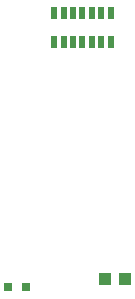
<source format=gbr>
G04 EAGLE Gerber RS-274X export*
G75*
%MOMM*%
%FSLAX34Y34*%
%LPD*%
%INSolderpaste Top*%
%IPPOS*%
%AMOC8*
5,1,8,0,0,1.08239X$1,22.5*%
G01*
%ADD10R,0.800000X0.800000*%
%ADD11R,1.100000X1.000000*%
%ADD12R,0.500000X1.000000*%


D10*
X-60681Y57944D03*
X-45681Y57944D03*
D11*
X38663Y65088D03*
X21663Y65088D03*
D12*
X-21619Y265813D03*
X-13619Y265813D03*
X-5619Y265813D03*
X2381Y265813D03*
X10381Y265813D03*
X18381Y265813D03*
X26381Y265813D03*
X26381Y289813D03*
X18381Y289813D03*
X10381Y289813D03*
X2381Y289813D03*
X-5619Y289813D03*
X-13619Y289813D03*
X-21619Y289813D03*
M02*

</source>
